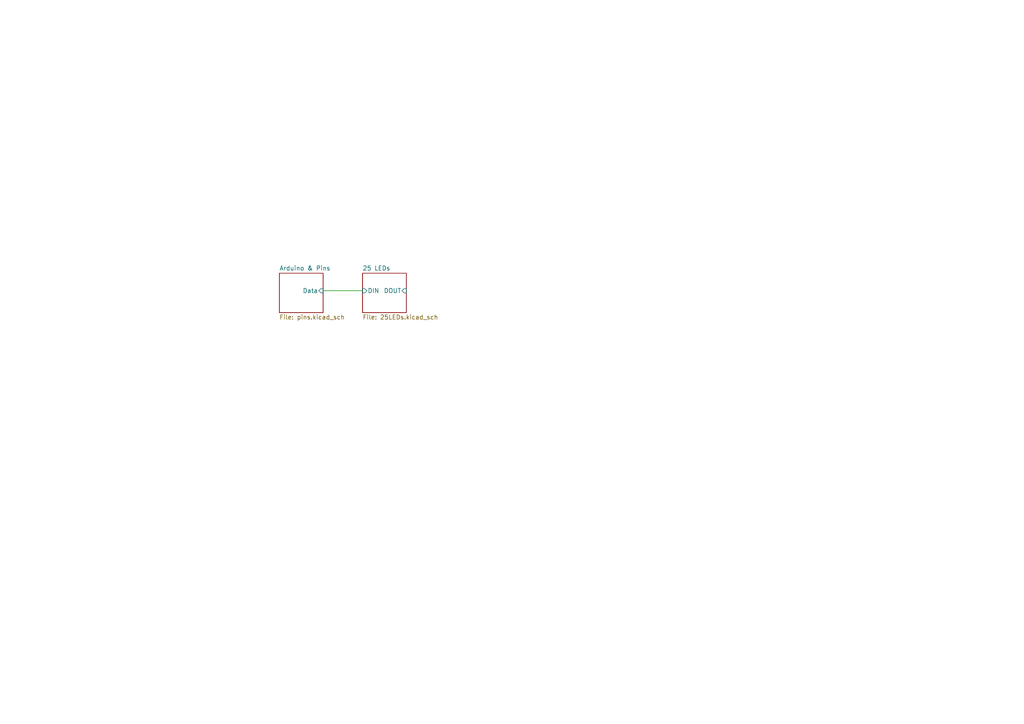
<source format=kicad_sch>
(kicad_sch (version 20211123) (generator eeschema)
  (paper "A4")
  (lib_symbols)
  (wire (pts (xy 93.726 84.328) (xy 105.156 84.328)))
  (sheet (at 81.026 79.248) (size 12.7 11.43) (stroke (width 0.1524))
    (property "Sheet name" "Arduino & Pins" (at 81.026 78.5364 0) (effects (justify left bottom)))
    (property "Sheet file" "pins.kicad_sch" (at 81.026 91.2626 0) (effects (justify left top)))
    (pin "Data" input (at 93.726 84.328 0))
  )
  (sheet (at 105.156 79.248) (size 12.7 11.43) (stroke (width 0.1524))
    (property "Sheet name" "25 LEDs" (at 105.156 78.5364 0) (effects (justify left bottom)))
    (property "Sheet file" "25LEDs.kicad_sch" (at 105.156 91.2626 0) (effects (justify left top)))
    (pin "DIN" input (at 105.156 84.328 180))
    (pin "DOUT" input (at 117.856 84.328 0))
  )
)
</source>
